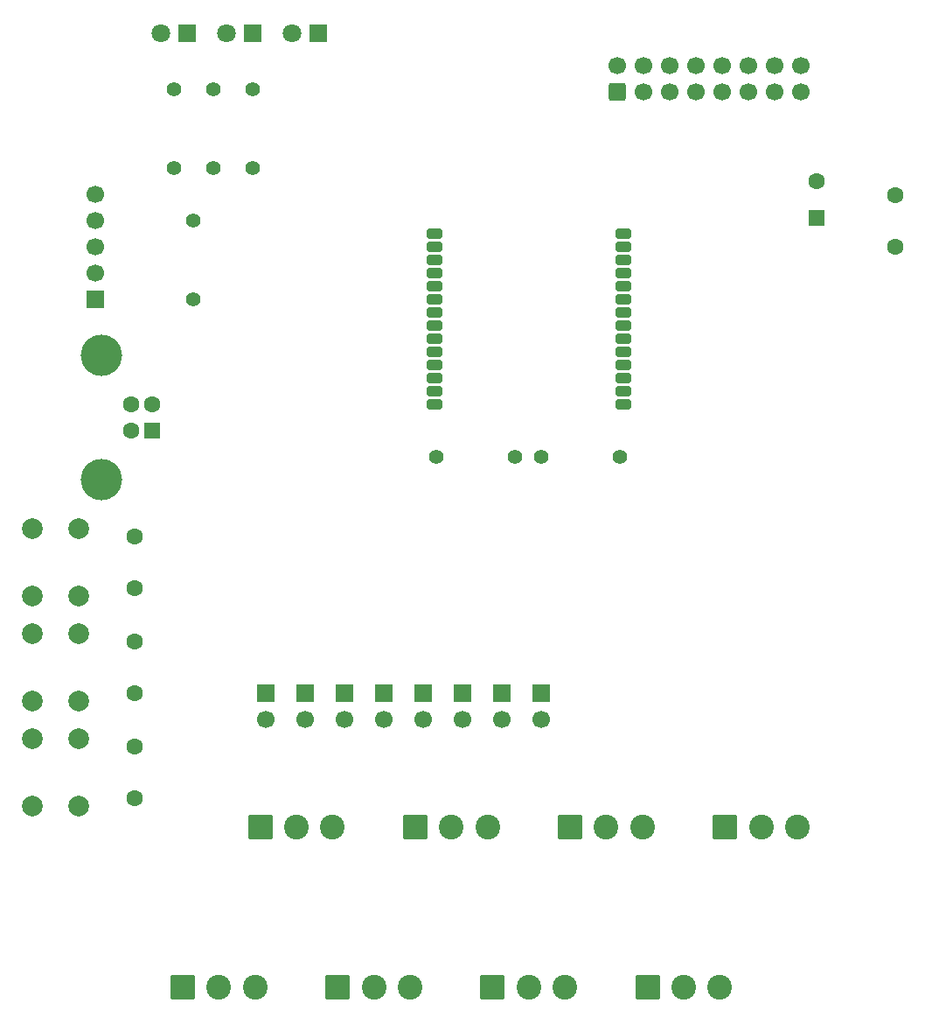
<source format=gbr>
%TF.GenerationSoftware,KiCad,Pcbnew,9.0.7*%
%TF.CreationDate,2026-02-03T14:27:30+01:00*%
%TF.ProjectId,lokho2-esp32c6,6c6f6b68-6f32-42d6-9573-70333263362e,rev?*%
%TF.SameCoordinates,Original*%
%TF.FileFunction,Soldermask,Bot*%
%TF.FilePolarity,Negative*%
%FSLAX46Y46*%
G04 Gerber Fmt 4.6, Leading zero omitted, Abs format (unit mm)*
G04 Created by KiCad (PCBNEW 9.0.7) date 2026-02-03 14:27:30*
%MOMM*%
%LPD*%
G01*
G04 APERTURE LIST*
G04 Aperture macros list*
%AMRoundRect*
0 Rectangle with rounded corners*
0 $1 Rounding radius*
0 $2 $3 $4 $5 $6 $7 $8 $9 X,Y pos of 4 corners*
0 Add a 4 corners polygon primitive as box body*
4,1,4,$2,$3,$4,$5,$6,$7,$8,$9,$2,$3,0*
0 Add four circle primitives for the rounded corners*
1,1,$1+$1,$2,$3*
1,1,$1+$1,$4,$5*
1,1,$1+$1,$6,$7*
1,1,$1+$1,$8,$9*
0 Add four rect primitives between the rounded corners*
20,1,$1+$1,$2,$3,$4,$5,0*
20,1,$1+$1,$4,$5,$6,$7,0*
20,1,$1+$1,$6,$7,$8,$9,0*
20,1,$1+$1,$8,$9,$2,$3,0*%
G04 Aperture macros list end*
%ADD10R,1.700000X1.700000*%
%ADD11C,1.700000*%
%ADD12RoundRect,0.250000X0.600000X-0.600000X0.600000X0.600000X-0.600000X0.600000X-0.600000X-0.600000X0*%
%ADD13C,2.000000*%
%ADD14RoundRect,0.250001X-0.949999X-0.949999X0.949999X-0.949999X0.949999X0.949999X-0.949999X0.949999X0*%
%ADD15C,2.400000*%
%ADD16C,1.400000*%
%ADD17C,1.600000*%
%ADD18RoundRect,0.250000X-0.500000X-0.250000X0.500000X-0.250000X0.500000X0.250000X-0.500000X0.250000X0*%
%ADD19RoundRect,0.250000X0.500000X0.250000X-0.500000X0.250000X-0.500000X-0.250000X0.500000X-0.250000X0*%
%ADD20R,1.800000X1.800000*%
%ADD21C,1.800000*%
%ADD22R,1.600000X1.600000*%
%ADD23C,4.000000*%
%ADD24RoundRect,0.250000X0.550000X-0.550000X0.550000X0.550000X-0.550000X0.550000X-0.550000X-0.550000X0*%
G04 APERTURE END LIST*
D10*
%TO.C,J7*%
X138430000Y-116840000D03*
D11*
X138430000Y-119380000D03*
%TD*%
D10*
%TO.C,J6*%
X134620000Y-116840000D03*
D11*
X134620000Y-119380000D03*
%TD*%
D12*
%TO.C,SPI1*%
X161110000Y-58697500D03*
D11*
X161110000Y-56157500D03*
X163650000Y-58697500D03*
X163650000Y-56157500D03*
X166190000Y-58697500D03*
X166190000Y-56157500D03*
X168730000Y-58697500D03*
X168730000Y-56157500D03*
X171270000Y-58697500D03*
X171270000Y-56157500D03*
X173810000Y-58697500D03*
X173810000Y-56157500D03*
X176350000Y-58697500D03*
X176350000Y-56157500D03*
X178890000Y-58697500D03*
X178890000Y-56157500D03*
%TD*%
D13*
%TO.C,SW2*%
X104430000Y-117550000D03*
X104430000Y-111050000D03*
X108930000Y-117550000D03*
X108930000Y-111050000D03*
%TD*%
D14*
%TO.C,J16*%
X149000000Y-145267500D03*
D15*
X152500000Y-145267500D03*
X156000000Y-145267500D03*
%TD*%
D16*
%TO.C,R4*%
X153670000Y-93980000D03*
X161290000Y-93980000D03*
%TD*%
D10*
%TO.C,J9*%
X146050000Y-116840000D03*
D11*
X146050000Y-119380000D03*
%TD*%
D17*
%TO.C,C7*%
X187960000Y-73620000D03*
X187960000Y-68620000D03*
%TD*%
D18*
%TO.C,U2*%
X143400000Y-72400000D03*
X143400000Y-73670000D03*
X143400000Y-74935000D03*
X143400000Y-76205000D03*
X143400000Y-77475000D03*
X143400000Y-78745000D03*
X143400000Y-80015000D03*
X143400000Y-81285000D03*
X143400000Y-82555000D03*
X143400000Y-83825000D03*
X143400000Y-85095000D03*
X143400000Y-86365000D03*
X143400000Y-87635000D03*
X143400000Y-88905000D03*
D19*
X161680000Y-88905000D03*
X161680000Y-87635000D03*
X161680000Y-86370000D03*
X161680000Y-85100000D03*
X161680000Y-83830000D03*
X161680000Y-82560000D03*
X161680000Y-81290000D03*
X161680000Y-80020000D03*
X161680000Y-78750000D03*
X161680000Y-77480000D03*
X161680000Y-76210000D03*
X161680000Y-74940000D03*
X161680000Y-73670000D03*
X161680000Y-72400000D03*
%TD*%
D16*
%TO.C,R5*%
X120015000Y-78740000D03*
X120015000Y-71120000D03*
%TD*%
D20*
%TO.C,D1*%
X119380000Y-53000000D03*
D21*
X116840000Y-53000000D03*
%TD*%
D17*
%TO.C,C3*%
X114300000Y-126960000D03*
X114300000Y-121960000D03*
%TD*%
D20*
%TO.C,D3*%
X132080000Y-53000000D03*
D21*
X129540000Y-53000000D03*
%TD*%
D16*
%TO.C,R1*%
X118110000Y-66040000D03*
X118110000Y-58420000D03*
%TD*%
D14*
%TO.C,J12*%
X119000000Y-145267500D03*
D15*
X122500000Y-145267500D03*
X126000000Y-145267500D03*
%TD*%
D13*
%TO.C,SW1*%
X104430000Y-107390000D03*
X104430000Y-100890000D03*
X108930000Y-107390000D03*
X108930000Y-100890000D03*
%TD*%
D17*
%TO.C,C2*%
X114300000Y-116800000D03*
X114300000Y-111800000D03*
%TD*%
D22*
%TO.C,J3*%
X116007500Y-91420000D03*
D17*
X116007500Y-88920000D03*
X114007500Y-88920000D03*
X114007500Y-91420000D03*
D23*
X111147500Y-96170000D03*
X111147500Y-84170000D03*
%TD*%
D16*
%TO.C,R6*%
X125730000Y-66040000D03*
X125730000Y-58420000D03*
%TD*%
D10*
%TO.C,J1*%
X110490000Y-78740000D03*
D11*
X110490000Y-76200000D03*
X110490000Y-73660000D03*
X110490000Y-71120000D03*
X110490000Y-68580000D03*
%TD*%
D14*
%TO.C,J14*%
X134000000Y-145267500D03*
D15*
X137500000Y-145267500D03*
X141000000Y-145267500D03*
%TD*%
D24*
%TO.C,C6*%
X180340000Y-70810000D03*
D17*
X180340000Y-67310000D03*
%TD*%
D14*
%TO.C,J13*%
X126500000Y-129767500D03*
D15*
X130000000Y-129767500D03*
X133500000Y-129767500D03*
%TD*%
D14*
%TO.C,J19*%
X171500000Y-129767500D03*
D15*
X175000000Y-129767500D03*
X178500000Y-129767500D03*
%TD*%
D10*
%TO.C,J10*%
X149860000Y-116840000D03*
D11*
X149860000Y-119380000D03*
%TD*%
D10*
%TO.C,J11*%
X153670000Y-116840000D03*
D11*
X153670000Y-119380000D03*
%TD*%
D14*
%TO.C,J15*%
X141500000Y-129767500D03*
D15*
X145000000Y-129767500D03*
X148500000Y-129767500D03*
%TD*%
D13*
%TO.C,SW3*%
X104430000Y-127710000D03*
X104430000Y-121210000D03*
X108930000Y-127710000D03*
X108930000Y-121210000D03*
%TD*%
D10*
%TO.C,J4*%
X127000000Y-116840000D03*
D11*
X127000000Y-119380000D03*
%TD*%
D17*
%TO.C,C1*%
X114300000Y-106640000D03*
X114300000Y-101640000D03*
%TD*%
D16*
%TO.C,R3*%
X143510000Y-93980000D03*
X151130000Y-93980000D03*
%TD*%
D10*
%TO.C,J8*%
X142240000Y-116840000D03*
D11*
X142240000Y-119380000D03*
%TD*%
D10*
%TO.C,J5*%
X130810000Y-116840000D03*
D11*
X130810000Y-119380000D03*
%TD*%
D20*
%TO.C,D2*%
X125730000Y-53000000D03*
D21*
X123190000Y-53000000D03*
%TD*%
D14*
%TO.C,J17*%
X156500000Y-129767500D03*
D15*
X160000000Y-129767500D03*
X163500000Y-129767500D03*
%TD*%
D16*
%TO.C,R2*%
X121920000Y-66040000D03*
X121920000Y-58420000D03*
%TD*%
D14*
%TO.C,J18*%
X164000000Y-145267500D03*
D15*
X167500000Y-145267500D03*
X171000000Y-145267500D03*
%TD*%
M02*

</source>
